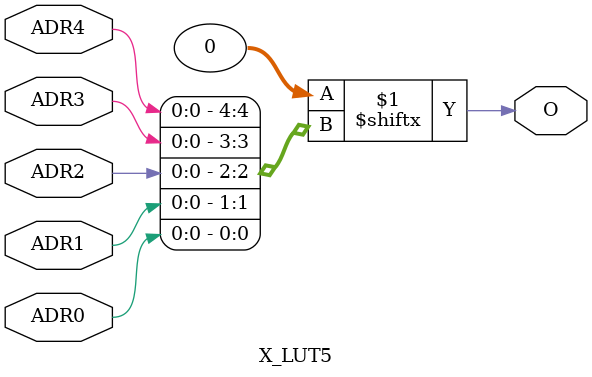
<source format=v>

`celldefine
`timescale 1 ps/1 ps

module X_LUT5 (O, ADR0, ADR1, ADR2, ADR3, ADR4);

  parameter INIT = 32'h00000000;

  output O;
  input ADR0, ADR1, ADR2, ADR3, ADR4;

	assign O = INIT[{ADR4,ADR3,ADR2,ADR1,ADR0}];

endmodule

</source>
